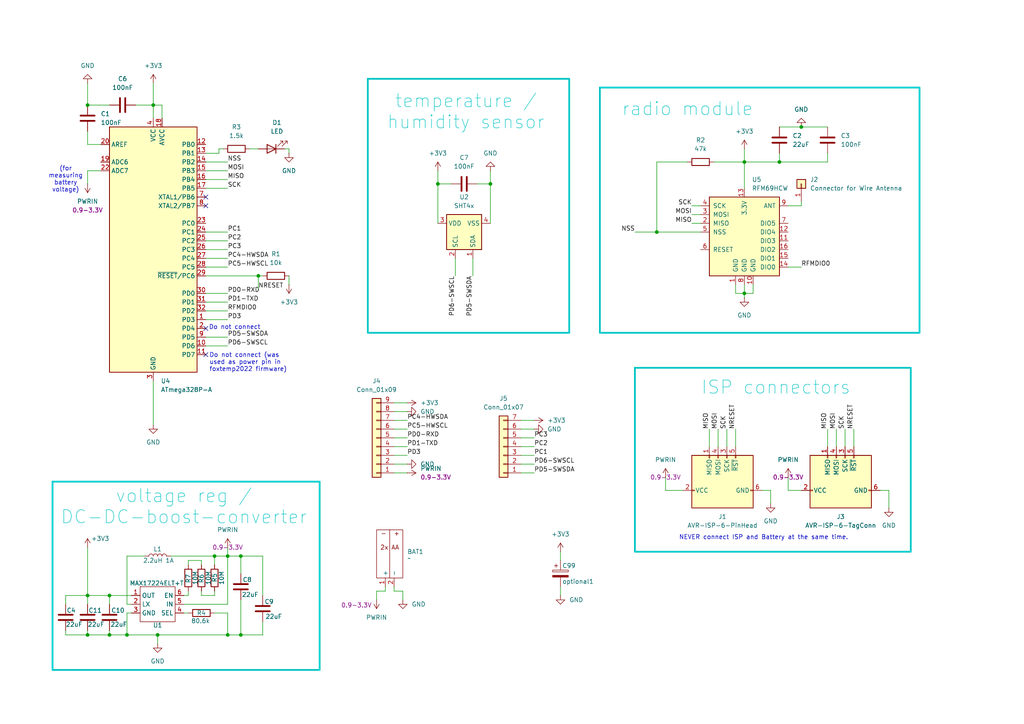
<source format=kicad_sch>
(kicad_sch (version 20231120) (generator "eeschema") (generator_version "8.0")
  (paper "A4")
  (lib_symbols
    (symbol "AVR-ISP-6_1" (pin_names (offset 1.016))
      (property "Reference" "J" (at -6.35 11.43 0))
      (property "Value" "AVR-ISP-6" (at 0 11.43 0))
      (symbol "AVR-ISP-6_1_0_1"
        (rectangle (start -2.667 -6.858) (end -2.413 -7.62))
        (rectangle (start -2.667 10.16) (end -2.413 9.398))
        (rectangle (start 7.62 -2.413) (end 6.858 -2.667))
        (rectangle (start 7.62 0.127) (end 6.858 -0.127))
        (rectangle (start 7.62 2.667) (end 6.858 2.413))
        (rectangle (start 7.62 5.207) (end 6.858 4.953))
        (rectangle (start 7.62 10.16) (end -7.62 -7.62) (stroke (width 0.254)) (fill (type background)))
      )
      (symbol "AVR-ISP-6_1_1_1"
        (pin passive line (at 10.16 5.08 180) (length 2.54) (name "MISO") (number "1"))
        (pin passive line (at -2.54 12.7 270) (length 2.54) (name "VCC") (number "2"))
        (pin passive line (at 10.16 0 180) (length 2.54) (name "SCK") (number "3"))
        (pin passive line (at 10.16 2.54 180) (length 2.54) (name "MOSI") (number "4"))
        (pin passive line (at 10.16 -2.54 180) (length 2.54) (name "~{RST}") (number "5"))
        (pin passive line (at -2.54 -10.16 90) (length 2.54) (name "GND") (number "6"))
      )
    )
    (symbol "Connector:AVR-ISP-6" (pin_names (offset 1.016))
      (property "Reference" "J" (at -6.35 11.43 0))
      (property "Value" "AVR-ISP-6" (at 0 11.43 0))
      (symbol "AVR-ISP-6_0_1"
        (rectangle (start -2.667 -6.858) (end -2.413 -7.62))
        (rectangle (start -2.667 10.16) (end -2.413 9.398))
        (rectangle (start 7.62 -2.413) (end 6.858 -2.667))
        (rectangle (start 7.62 0.127) (end 6.858 -0.127))
        (rectangle (start 7.62 2.667) (end 6.858 2.413))
        (rectangle (start 7.62 5.207) (end 6.858 4.953))
        (rectangle (start 7.62 10.16) (end -7.62 -7.62) (stroke (width 0.254)) (fill (type background)))
      )
      (symbol "AVR-ISP-6_1_1"
        (pin passive line (at 10.16 5.08 180) (length 2.54) (name "MISO") (number "1"))
        (pin passive line (at -2.54 12.7 270) (length 2.54) (name "VCC") (number "2"))
        (pin passive line (at 10.16 0 180) (length 2.54) (name "SCK") (number "3"))
        (pin passive line (at 10.16 2.54 180) (length 2.54) (name "MOSI") (number "4"))
        (pin passive line (at 10.16 -2.54 180) (length 2.54) (name "~{RST}") (number "5"))
        (pin passive line (at -2.54 -10.16 90) (length 2.54) (name "GND") (number "6"))
      )
    )
    (symbol "Connector_Generic:Conn_01x01" (pin_names (offset 1.016) hide)
      (property "Reference" "J" (at 0 2.54 0))
      (property "Value" "Conn_01x01" (at 0 -2.54 0))
      (symbol "Conn_01x01_1_1"
        (rectangle (start -1.27 0.127) (end 0 -0.127) (stroke (width 0.1524)))
        (rectangle (start -1.27 1.27) (end 1.27 -1.27) (stroke (width 0.254)) (fill (type background)))
        (pin passive line (at -5.08 0 0) (length 3.81) (name "Pin_1") (number "1"))
      )
    )
    (symbol "Connector_Generic:Conn_01x07" (pin_names (offset 1.016) hide)
      (property "Reference" "J" (at 0 10.16 0))
      (property "Value" "Conn_01x07" (at 0 -10.16 0))
      (symbol "Conn_01x07_1_1"
        (rectangle (start -1.27 -7.493) (end 0 -7.747) (stroke (width 0.1524)))
        (rectangle (start -1.27 -4.953) (end 0 -5.207) (stroke (width 0.1524)))
        (rectangle (start -1.27 -2.413) (end 0 -2.667) (stroke (width 0.1524)))
        (rectangle (start -1.27 0.127) (end 0 -0.127) (stroke (width 0.1524)))
        (rectangle (start -1.27 2.667) (end 0 2.413) (stroke (width 0.1524)))
        (rectangle (start -1.27 5.207) (end 0 4.953) (stroke (width 0.1524)))
        (rectangle (start -1.27 7.747) (end 0 7.493) (stroke (width 0.1524)))
        (rectangle (start -1.27 8.89) (end 1.27 -8.89) (stroke (width 0.254)) (fill (type background)))
        (pin passive line (at -5.08 7.62 0) (length 3.81) (name "Pin_1") (number "1"))
        (pin passive line (at -5.08 5.08 0) (length 3.81) (name "Pin_2") (number "2"))
        (pin passive line (at -5.08 2.54 0) (length 3.81) (name "Pin_3") (number "3"))
        (pin passive line (at -5.08 0 0) (length 3.81) (name "Pin_4") (number "4"))
        (pin passive line (at -5.08 -2.54 0) (length 3.81) (name "Pin_5") (number "5"))
        (pin passive line (at -5.08 -5.08 0) (length 3.81) (name "Pin_6") (number "6"))
        (pin passive line (at -5.08 -7.62 0) (length 3.81) (name "Pin_7") (number "7"))
      )
    )
    (symbol "Connector_Generic:Conn_01x09" (pin_names (offset 1.016) hide)
      (property "Reference" "J" (at 0 12.7 0))
      (property "Value" "Conn_01x09" (at 0 -12.7 0))
      (symbol "Conn_01x09_1_1"
        (rectangle (start -1.27 -10.033) (end 0 -10.287) (stroke (width 0.1524)))
        (rectangle (start -1.27 -7.493) (end 0 -7.747) (stroke (width 0.1524)))
        (rectangle (start -1.27 -4.953) (end 0 -5.207) (stroke (width 0.1524)))
        (rectangle (start -1.27 -2.413) (end 0 -2.667) (stroke (width 0.1524)))
        (rectangle (start -1.27 0.127) (end 0 -0.127) (stroke (width 0.1524)))
        (rectangle (start -1.27 2.667) (end 0 2.413) (stroke (width 0.1524)))
        (rectangle (start -1.27 5.207) (end 0 4.953) (stroke (width 0.1524)))
        (rectangle (start -1.27 7.747) (end 0 7.493) (stroke (width 0.1524)))
        (rectangle (start -1.27 10.287) (end 0 10.033) (stroke (width 0.1524)))
        (rectangle (start -1.27 11.43) (end 1.27 -11.43) (stroke (width 0.254)) (fill (type background)))
        (pin passive line (at -5.08 10.16 0) (length 3.81) (name "Pin_1") (number "1"))
        (pin passive line (at -5.08 7.62 0) (length 3.81) (name "Pin_2") (number "2"))
        (pin passive line (at -5.08 5.08 0) (length 3.81) (name "Pin_3") (number "3"))
        (pin passive line (at -5.08 2.54 0) (length 3.81) (name "Pin_4") (number "4"))
        (pin passive line (at -5.08 0 0) (length 3.81) (name "Pin_5") (number "5"))
        (pin passive line (at -5.08 -2.54 0) (length 3.81) (name "Pin_6") (number "6"))
        (pin passive line (at -5.08 -5.08 0) (length 3.81) (name "Pin_7") (number "7"))
        (pin passive line (at -5.08 -7.62 0) (length 3.81) (name "Pin_8") (number "8"))
        (pin passive line (at -5.08 -10.16 0) (length 3.81) (name "Pin_9") (number "9"))
      )
    )
    (symbol "Device:C" (pin_numbers hide) (pin_names (offset 0.254))
      (property "Reference" "C" (at 0.635 2.54 0))
      (property "Value" "C" (at 0.635 -2.54 0))
      (symbol "C_0_1"
        (polyline (pts (xy -2.032 -0.762) (xy 2.032 -0.762)) (stroke (width 0.508)))
        (polyline (pts (xy -2.032 0.762) (xy 2.032 0.762)) (stroke (width 0.508)))
      )
      (symbol "C_1_1"
        (pin passive line (at 0 3.81 270) (length 2.794) (name "~") (number "1"))
        (pin passive line (at 0 -3.81 90) (length 2.794) (name "~") (number "2"))
      )
    )
    (symbol "Device:C_Polarized" (pin_numbers hide) (pin_names (offset 0.254))
      (property "Reference" "C" (at 0.635 2.54 0))
      (property "Value" "C_Polarized" (at 0.635 -2.54 0))
      (symbol "C_Polarized_0_1"
        (rectangle (start -2.286 0.508) (end 2.286 1.016))
        (polyline (pts (xy -1.778 2.286) (xy -0.762 2.286)))
        (polyline (pts (xy -1.27 2.794) (xy -1.27 1.778)))
        (rectangle (start 2.286 -0.508) (end -2.286 -1.016) (fill (type outline)))
      )
      (symbol "C_Polarized_1_1"
        (pin passive line (at 0 3.81 270) (length 2.794) (name "~") (number "1"))
        (pin passive line (at 0 -3.81 90) (length 2.794) (name "~") (number "2"))
      )
    )
    (symbol "Device:L" (pin_numbers hide) (pin_names (offset 1.016) hide)
      (property "Reference" "L" (at -1.27 0 90))
      (property "Value" "L" (at 1.905 0 90))
      (symbol "L_0_1"
        (arc (start 0 -2.54) (mid 0.6323 -1.905) (end 0 -1.27))
        (arc (start 0 -1.27) (mid 0.6323 -0.635) (end 0 0))
        (arc (start 0 0) (mid 0.6323 0.635) (end 0 1.27))
        (arc (start 0 1.27) (mid 0.6323 1.905) (end 0 2.54))
      )
      (symbol "L_1_1"
        (pin passive line (at 0 3.81 270) (length 1.27) (name "1") (number "1"))
        (pin passive line (at 0 -3.81 90) (length 1.27) (name "2") (number "2"))
      )
    )
    (symbol "Device:LED" (pin_numbers hide) (pin_names (offset 1.016) hide)
      (property "Reference" "D" (at 0 2.54 0))
      (property "Value" "LED" (at 0 -2.54 0))
      (symbol "LED_0_1"
        (polyline (pts (xy -1.27 -1.27) (xy -1.27 1.27)) (stroke (width 0.254)))
        (polyline (pts (xy -1.27 0) (xy 1.27 0)))
        (polyline (pts (xy 1.27 -1.27) (xy 1.27 1.27) (xy -1.27 0) (xy 1.27 -1.27)) (stroke (width 0.254)))
        (polyline (pts (xy -3.048 -0.762) (xy -4.572 -2.286) (xy -3.81 -2.286) (xy -4.572 -2.286) (xy -4.572 -1.524)))
        (polyline (pts (xy -1.778 -0.762) (xy -3.302 -2.286) (xy -2.54 -2.286) (xy -3.302 -2.286) (xy -3.302 -1.524)))
      )
      (symbol "LED_1_1"
        (pin passive line (at -3.81 0 0) (length 2.54) (name "K") (number "1"))
        (pin passive line (at 3.81 0 180) (length 2.54) (name "A") (number "2"))
      )
    )
    (symbol "Device:R" (pin_numbers hide) (pin_names (offset 0))
      (property "Reference" "R" (at 2.032 0 90))
      (property "Value" "R" (at 0 0 90))
      (symbol "R_0_1"
        (rectangle (start -1.016 -2.54) (end 1.016 2.54) (stroke (width 0.254)))
      )
      (symbol "R_1_1"
        (pin passive line (at 0 3.81 270) (length 1.27) (name "~") (number "1"))
        (pin passive line (at 0 -3.81 90) (length 1.27) (name "~") (number "2"))
      )
    )
    (symbol "MCU_Microchip_ATmega:ATmega328P-A"
      (property "Reference" "U" (at -12.7 36.83 0))
      (property "Value" "ATmega328P-A" (at 2.54 -36.83 0))
      (symbol "ATmega328P-A_0_1"
        (rectangle (start -12.7 -35.56) (end 12.7 35.56) (stroke (width 0.254)) (fill (type background)))
      )
      (symbol "ATmega328P-A_1_1"
        (pin bidirectional line (at 15.24 -20.32 180) (length 2.54) (name "PD3") (number "1"))
        (pin bidirectional line (at 15.24 -27.94 180) (length 2.54) (name "PD6") (number "10"))
        (pin bidirectional line (at 15.24 -30.48 180) (length 2.54) (name "PD7") (number "11"))
        (pin bidirectional line (at 15.24 30.48 180) (length 2.54) (name "PB0") (number "12"))
        (pin bidirectional line (at 15.24 27.94 180) (length 2.54) (name "PB1") (number "13"))
        (pin bidirectional line (at 15.24 25.4 180) (length 2.54) (name "PB2") (number "14"))
        (pin bidirectional line (at 15.24 22.86 180) (length 2.54) (name "PB3") (number "15"))
        (pin bidirectional line (at 15.24 20.32 180) (length 2.54) (name "PB4") (number "16"))
        (pin bidirectional line (at 15.24 17.78 180) (length 2.54) (name "PB5") (number "17"))
        (pin power_in line (at 2.54 38.1 270) (length 2.54) (name "AVCC") (number "18"))
        (pin input line (at -15.24 25.4 0) (length 2.54) (name "ADC6") (number "19"))
        (pin bidirectional line (at 15.24 -22.86 180) (length 2.54) (name "PD4") (number "2"))
        (pin passive line (at -15.24 30.48 0) (length 2.54) (name "AREF") (number "20"))
        (pin passive line (at 0 -38.1 90) (length 2.54) hide (name "GND") (number "21"))
        (pin input line (at -15.24 22.86 0) (length 2.54) (name "ADC7") (number "22"))
        (pin bidirectional line (at 15.24 7.62 180) (length 2.54) (name "PC0") (number "23"))
        (pin bidirectional line (at 15.24 5.08 180) (length 2.54) (name "PC1") (number "24"))
        (pin bidirectional line (at 15.24 2.54 180) (length 2.54) (name "PC2") (number "25"))
        (pin bidirectional line (at 15.24 0 180) (length 2.54) (name "PC3") (number "26"))
        (pin bidirectional line (at 15.24 -2.54 180) (length 2.54) (name "PC4") (number "27"))
        (pin bidirectional line (at 15.24 -5.08 180) (length 2.54) (name "PC5") (number "28"))
        (pin bidirectional line (at 15.24 -7.62 180) (length 2.54) (name "~{RESET}/PC6") (number "29"))
        (pin power_in line (at 0 -38.1 90) (length 2.54) (name "GND") (number "3"))
        (pin bidirectional line (at 15.24 -12.7 180) (length 2.54) (name "PD0") (number "30"))
        (pin bidirectional line (at 15.24 -15.24 180) (length 2.54) (name "PD1") (number "31"))
        (pin bidirectional line (at 15.24 -17.78 180) (length 2.54) (name "PD2") (number "32"))
        (pin power_in line (at 0 38.1 270) (length 2.54) (name "VCC") (number "4"))
        (pin passive line (at 0 -38.1 90) (length 2.54) hide (name "GND") (number "5"))
        (pin passive line (at 0 38.1 270) (length 2.54) hide (name "VCC") (number "6"))
        (pin bidirectional line (at 15.24 15.24 180) (length 2.54) (name "XTAL1/PB6") (number "7"))
        (pin bidirectional line (at 15.24 12.7 180) (length 2.54) (name "XTAL2/PB7") (number "8"))
        (pin bidirectional line (at 15.24 -25.4 180) (length 2.54) (name "PD5") (number "9"))
      )
    )
    (symbol "RF_Module:RFM69HCW" (pin_names (offset 1.016))
      (property "Reference" "U" (at -10.414 11.684 0))
      (property "Value" "RFM69HCW" (at 1.524 11.43 0))
      (symbol "RFM69HCW_0_1"
        (rectangle (start -10.16 10.16) (end 10.16 -12.7) (stroke (width 0.254)) (fill (type background)))
      )
      (symbol "RFM69HCW_1_1"
        (pin power_in line (at -2.54 -15.24 90) (length 2.54) (name "GND") (number "1"))
        (pin power_in line (at 2.54 -15.24 90) (length 2.54) (name "GND") (number "10"))
        (pin bidirectional line (at 12.7 -2.54 180) (length 2.54) (name "DIO3") (number "11"))
        (pin bidirectional line (at 12.7 0 180) (length 2.54) (name "DIO4") (number "12"))
        (pin power_in line (at 0 12.7 270) (length 2.54) (name "3.3V") (number "13"))
        (pin bidirectional line (at 12.7 -10.16 180) (length 2.54) (name "DIO0") (number "14"))
        (pin bidirectional line (at 12.7 -7.62 180) (length 2.54) (name "DIO1") (number "15"))
        (pin bidirectional line (at 12.7 -5.08 180) (length 2.54) (name "DIO2") (number "16"))
        (pin output line (at -12.7 2.54 0) (length 2.54) (name "MISO") (number "2"))
        (pin input line (at -12.7 5.08 0) (length 2.54) (name "MOSI") (number "3"))
        (pin input line (at -12.7 7.62 0) (length 2.54) (name "SCK") (number "4"))
        (pin input line (at -12.7 0 0) (length 2.54) (name "NSS") (number "5"))
        (pin bidirectional line (at -12.7 -5.08 0) (length 2.54) (name "RESET") (number "6"))
        (pin bidirectional line (at 12.7 2.54 180) (length 2.54) (name "DIO5") (number "7"))
        (pin power_in line (at 0 -15.24 90) (length 2.54) (name "GND") (number "8"))
        (pin bidirectional line (at 12.7 7.62 180) (length 2.54) (name "ANT") (number "9"))
      )
    )
    (symbol "Sensor_Humidity:SHT4x"
      (property "Reference" "U" (at 0 8.89 0))
      (property "Value" "SHT4x" (at 0 6.35 0))
      (symbol "SHT4x_1_1"
        (rectangle (start -5.08 5.08) (end 5.08 -5.08) (stroke (width 0.254)) (fill (type background)))
        (pin bidirectional line (at -7.62 -2.54 0) (length 2.54) (name "SDA") (number "1"))
        (pin input line (at -7.62 2.54 0) (length 2.54) (name "SCL") (number "2"))
        (pin power_in line (at 2.54 7.62 270) (length 2.54) (name "VDD") (number "3"))
        (pin power_in line (at 2.54 -7.62 90) (length 2.54) (name "VSS") (number "4"))
      )
    )
    (symbol "foxisfrickellibrary:MAX1722x"
      (property "Reference" "U" (at 0 0 0))
      (property "Value" "MAX1722x" (at 0 0 0))
      (symbol "MAX1722x_0_1"
        (rectangle (start -5.08 -1.27) (end 5.08 -11.43))
      )
      (symbol "MAX1722x_1_1"
        (pin power_out line (at -7.62 -3.81 0) (length 2.54) (name "OUT") (number "1"))
        (pin bidirectional line (at -7.62 -6.35 0) (length 2.54) (name "LX") (number "2"))
        (pin bidirectional line (at -7.62 -8.89 0) (length 2.54) (name "GND") (number "3"))
        (pin bidirectional line (at 7.62 -8.89 180) (length 2.54) (name "SEL") (number "4"))
        (pin power_in line (at 7.62 -6.35 180) (length 2.54) (name "IN") (number "5"))
        (pin input line (at 7.62 -3.81 180) (length 2.54) (name "EN") (number "6"))
      )
    )
    (symbol "foxisfrickellibrary:batteryholder-keystone-2462"
      (property "Reference" "BAT" (at 0 0 0))
      (symbol "batteryholder-keystone-2462_0_1"
        (rectangle (start -3.81 -1.27) (end 3.81 -15.24))
        (polyline (pts (xy 0 -15.24) (xy 0 -1.27)))
      )
      (symbol "batteryholder-keystone-2462_1_1"
        (text "+" (at 2.032 -2.286 0) (effects (font (size 1.27 1.27))))
        (text "-" (at -1.778 -2.286 0) (effects (font (size 1.27 1.27))))
        (text "2x AA" (at 0 -6.35 0) (effects (font (size 1.27 1.27))))
        (pin bidirectional line (at -1.27 -17.78 90) (length 2.54) (name "+") (number "1"))
        (pin bidirectional line (at 1.27 -17.78 90) (length 2.54) (name "-") (number "2"))
      )
    )
    (symbol "power:+3V3" (power) (pin_numbers hide) (pin_names (offset 0) hide)
      (property "Value" "+3V3" (at 0 3.556 0))
      (symbol "+3V3_0_1"
        (polyline (pts (xy -0.762 1.27) (xy 0 2.54)))
        (polyline (pts (xy 0 0) (xy 0 2.54)))
        (polyline (pts (xy 0 2.54) (xy 0.762 1.27)))
      )
      (symbol "+3V3_1_1"
        (pin power_in line (at 0 0 90) (length 0) (name "~") (number "1"))
      )
    )
    (symbol "power:+BATT" (power) (pin_numbers hide) (pin_names (offset 0) hide)
      (property "Value" "+BATT" (at 0 3.556 0))
      (symbol "+BATT_0_1"
        (polyline (pts (xy -0.762 1.27) (xy 0 2.54)))
        (polyline (pts (xy 0 0) (xy 0 2.54)))
        (polyline (pts (xy 0 2.54) (xy 0.762 1.27)))
      )
      (symbol "+BATT_1_1"
        (pin power_in line (at 0 0 90) (length 0) (name "~") (number "1"))
      )
    )
    (symbol "power:GND" (power) (pin_numbers hide) (pin_names (offset 0) hide)
      (property "Value" "GND" (at 0 -3.81 0))
      (symbol "GND_0_1"
        (polyline (pts (xy 0 0) (xy 0 -1.27) (xy 1.27 -1.27) (xy 0 -2.54) (xy -1.27 -1.27) (xy 0 -1.27)))
      )
      (symbol "GND_1_1"
        (pin power_in line (at 0 0 270) (length 0) (name "~") (number "1"))
      )
    )
  )
  (junction (at 66.04 184.15))
  (junction (at 215.9 85.09))
  (junction (at 232.41 36.83))
  (junction (at 74.93 80.01))
  (junction (at 226.06 46.99))
  (junction (at 69.85 161.29))
  (junction (at 25.4 184.15))
  (junction (at 69.85 184.15))
  (junction (at 215.9 46.99))
  (junction (at 45.72 184.15))
  (junction (at 190.5 67.31))
  (junction (at 66.04 161.29))
  (junction (at 31.75 184.15))
  (junction (at 31.75 172.72))
  (junction (at 25.4 30.48))
  (junction (at 36.83 184.15))
  (junction (at 44.45 30.48))
  (junction (at 25.4 172.72))
  (junction (at 127 53.34))
  (junction (at 62.23 161.29))
  (junction (at 142.24 53.34))
  (no_connect (at 59.69 57.15))
  (no_connect (at 59.69 95.25))
  (no_connect (at 59.69 59.69))
  (no_connect (at 59.69 102.87))
  (wire (pts (xy 247.65 124.46) (xy 247.65 129.54)))
  (wire (pts (xy 83.82 82.55) (xy 83.82 80.01)))
  (wire (pts (xy 127 53.34) (xy 127 64.77)))
  (wire (pts (xy 83.82 43.18) (xy 83.82 44.45)))
  (wire (pts (xy 190.5 46.99) (xy 190.5 67.31)))
  (wire (pts (xy 199.39 46.99) (xy 190.5 46.99)))
  (wire (pts (xy 109.22 171.45) (xy 109.22 173.99)))
  (wire (pts (xy 25.4 53.34) (xy 25.4 49.53)))
  (wire (pts (xy 213.36 85.09) (xy 215.9 85.09)))
  (wire (pts (xy 69.85 161.29) (xy 69.85 166.37)))
  (wire (pts (xy 226.06 46.99) (xy 226.06 44.45)))
  (wire (pts (xy 205.74 124.46) (xy 205.74 129.54)))
  (wire (pts (xy 25.4 38.1) (xy 25.4 41.91)))
  (wire (pts (xy 72.39 43.18) (xy 74.93 43.18)))
  (wire (pts (xy 36.83 161.29) (xy 41.91 161.29)))
  (wire (pts (xy 151.13 132.08) (xy 154.94 132.08)))
  (wire (pts (xy 215.9 82.55) (xy 215.9 85.09)))
  (wire (pts (xy 53.34 172.72) (xy 54.61 172.72)))
  (wire (pts (xy 76.2 172.72) (xy 76.2 161.29)))
  (wire (pts (xy 53.34 177.8) (xy 54.61 177.8)))
  (wire (pts (xy 76.2 180.34) (xy 76.2 184.15)))
  (wire (pts (xy 25.4 24.13) (xy 25.4 30.48)))
  (wire (pts (xy 151.13 134.62) (xy 154.94 134.62)))
  (wire (pts (xy 31.75 184.15) (xy 36.83 184.15)))
  (wire (pts (xy 58.42 172.72) (xy 62.23 172.72)))
  (wire (pts (xy 190.5 67.31) (xy 203.2 67.31)))
  (wire (pts (xy 138.43 53.34) (xy 142.24 53.34)))
  (wire (pts (xy 142.24 53.34) (xy 142.24 64.77)))
  (wire (pts (xy 151.13 137.16) (xy 154.94 137.16)))
  (wire (pts (xy 116.84 173.99) (xy 116.84 171.45)))
  (wire (pts (xy 25.4 30.48) (xy 31.75 30.48)))
  (wire (pts (xy 76.2 80.01) (xy 74.93 80.01)))
  (wire (pts (xy 44.45 24.13) (xy 44.45 30.48)))
  (wire (pts (xy 66.04 158.75) (xy 66.04 161.29)))
  (wire (pts (xy 59.69 52.07) (xy 66.04 52.07)))
  (wire (pts (xy 218.44 82.55) (xy 218.44 85.09)))
  (wire (pts (xy 66.04 184.15) (xy 45.72 184.15)))
  (wire (pts (xy 58.42 171.45) (xy 58.42 172.72)))
  (wire (pts (xy 25.4 41.91) (xy 29.21 41.91)))
  (wire (pts (xy 44.45 30.48) (xy 46.99 30.48)))
  (wire (pts (xy 116.84 171.45) (xy 114.3 171.45)))
  (wire (pts (xy 200.66 64.77) (xy 203.2 64.77)))
  (wire (pts (xy 63.5 44.45) (xy 63.5 43.18)))
  (wire (pts (xy 19.05 184.15) (xy 25.4 184.15)))
  (wire (pts (xy 151.13 121.92) (xy 154.94 121.92)))
  (wire (pts (xy 226.06 36.83) (xy 232.41 36.83)))
  (wire (pts (xy 215.9 46.99) (xy 215.9 54.61)))
  (wire (pts (xy 25.4 184.15) (xy 25.4 182.88)))
  (wire (pts (xy 59.69 100.33) (xy 66.04 100.33)))
  (wire (pts (xy 25.4 175.26) (xy 25.4 172.72)))
  (wire (pts (xy 142.24 49.53) (xy 142.24 53.34)))
  (wire (pts (xy 19.05 172.72) (xy 19.05 175.26)))
  (wire (pts (xy 257.81 147.32) (xy 257.81 142.24)))
  (wire (pts (xy 114.3 137.16) (xy 118.11 137.16)))
  (wire (pts (xy 59.69 54.61) (xy 66.04 54.61)))
  (wire (pts (xy 63.5 43.18) (xy 64.77 43.18)))
  (wire (pts (xy 25.4 172.72) (xy 19.05 172.72)))
  (wire (pts (xy 36.83 177.8) (xy 38.1 177.8)))
  (wire (pts (xy 151.13 129.54) (xy 154.94 129.54)))
  (wire (pts (xy 31.75 175.26) (xy 31.75 172.72)))
  (wire (pts (xy 257.81 142.24) (xy 255.27 142.24)))
  (wire (pts (xy 25.4 158.75) (xy 25.4 172.72)))
  (wire (pts (xy 59.69 67.31) (xy 66.04 67.31)))
  (wire (pts (xy 62.23 163.83) (xy 62.23 161.29)))
  (wire (pts (xy 36.83 175.26) (xy 36.83 161.29)))
  (wire (pts (xy 207.01 46.99) (xy 215.9 46.99)))
  (wire (pts (xy 208.28 124.46) (xy 208.28 129.54)))
  (wire (pts (xy 66.04 161.29) (xy 66.04 175.26)))
  (wire (pts (xy 36.83 177.8) (xy 36.83 184.15)))
  (wire (pts (xy 193.04 138.43) (xy 193.04 142.24)))
  (wire (pts (xy 114.3 119.38) (xy 118.11 119.38)))
  (wire (pts (xy 232.41 142.24) (xy 228.6 142.24)))
  (wire (pts (xy 232.41 36.83) (xy 240.03 36.83)))
  (wire (pts (xy 19.05 182.88) (xy 19.05 184.15)))
  (wire (pts (xy 114.3 171.45) (xy 114.3 170.18)))
  (wire (pts (xy 215.9 43.18) (xy 215.9 46.99)))
  (wire (pts (xy 44.45 110.49) (xy 44.45 123.19)))
  (wire (pts (xy 127 49.53) (xy 127 53.34)))
  (wire (pts (xy 111.76 170.18) (xy 111.76 171.45)))
  (wire (pts (xy 210.82 124.46) (xy 210.82 129.54)))
  (wire (pts (xy 59.69 44.45) (xy 63.5 44.45)))
  (wire (pts (xy 74.93 80.01) (xy 74.93 83.82)))
  (wire (pts (xy 114.3 121.92) (xy 118.11 121.92)))
  (wire (pts (xy 62.23 177.8) (xy 66.04 177.8)))
  (wire (pts (xy 59.69 92.71) (xy 66.04 92.71)))
  (wire (pts (xy 220.98 142.24) (xy 223.52 142.24)))
  (wire (pts (xy 114.3 116.84) (xy 118.11 116.84)))
  (wire (pts (xy 59.69 90.17) (xy 66.04 90.17)))
  (wire (pts (xy 228.6 142.24) (xy 228.6 138.43)))
  (wire (pts (xy 59.69 72.39) (xy 66.04 72.39)))
  (wire (pts (xy 45.72 184.15) (xy 36.83 184.15)))
  (wire (pts (xy 31.75 184.15) (xy 31.75 182.88)))
  (wire (pts (xy 59.69 97.79) (xy 66.04 97.79)))
  (wire (pts (xy 59.69 69.85) (xy 66.04 69.85)))
  (wire (pts (xy 59.69 46.99) (xy 66.04 46.99)))
  (wire (pts (xy 39.37 30.48) (xy 44.45 30.48)))
  (wire (pts (xy 218.44 85.09) (xy 215.9 85.09)))
  (wire (pts (xy 49.53 161.29) (xy 62.23 161.29)))
  (wire (pts (xy 151.13 124.46) (xy 154.94 124.46)))
  (wire (pts (xy 215.9 46.99) (xy 226.06 46.99)))
  (wire (pts (xy 66.04 85.09) (xy 59.69 85.09)))
  (wire (pts (xy 114.3 124.46) (xy 118.11 124.46)))
  (wire (pts (xy 44.45 30.48) (xy 44.45 34.29)))
  (wire (pts (xy 213.36 124.46) (xy 213.36 129.54)))
  (wire (pts (xy 215.9 85.09) (xy 215.9 86.36)))
  (wire (pts (xy 223.52 142.24) (xy 223.52 146.05)))
  (wire (pts (xy 31.75 172.72) (xy 38.1 172.72)))
  (wire (pts (xy 69.85 161.29) (xy 66.04 161.29)))
  (wire (pts (xy 114.3 129.54) (xy 118.11 129.54)))
  (wire (pts (xy 38.1 175.26) (xy 36.83 175.26)))
  (wire (pts (xy 59.69 77.47) (xy 66.04 77.47)))
  (wire (pts (xy 228.6 59.69) (xy 232.41 59.69)))
  (wire (pts (xy 76.2 184.15) (xy 69.85 184.15)))
  (wire (pts (xy 58.42 162.56) (xy 58.42 163.83)))
  (wire (pts (xy 25.4 49.53) (xy 29.21 49.53)))
  (wire (pts (xy 127 53.34) (xy 130.81 53.34)))
  (wire (pts (xy 62.23 172.72) (xy 62.23 171.45)))
  (wire (pts (xy 228.6 77.47) (xy 232.41 77.47)))
  (wire (pts (xy 54.61 163.83) (xy 54.61 162.56)))
  (wire (pts (xy 240.03 46.99) (xy 240.03 44.45)))
  (wire (pts (xy 232.41 59.69) (xy 232.41 58.42)))
  (wire (pts (xy 66.04 175.26) (xy 53.34 175.26)))
  (wire (pts (xy 137.16 74.93) (xy 137.16 80.01)))
  (wire (pts (xy 162.56 160.02) (xy 162.56 162.56)))
  (wire (pts (xy 25.4 184.15) (xy 31.75 184.15)))
  (wire (pts (xy 76.2 161.29) (xy 69.85 161.29)))
  (wire (pts (xy 59.69 87.63) (xy 66.04 87.63)))
  (wire (pts (xy 45.72 184.15) (xy 45.72 186.69)))
  (wire (pts (xy 25.4 172.72) (xy 31.75 172.72)))
  (wire (pts (xy 114.3 132.08) (xy 118.11 132.08)))
  (wire (pts (xy 59.69 80.01) (xy 74.93 80.01)))
  (wire (pts (xy 151.13 127) (xy 154.94 127)))
  (wire (pts (xy 59.69 49.53) (xy 66.04 49.53)))
  (wire (pts (xy 132.08 74.93) (xy 132.08 80.01)))
  (wire (pts (xy 162.56 170.18) (xy 162.56 172.72)))
  (wire (pts (xy 62.23 161.29) (xy 66.04 161.29)))
  (wire (pts (xy 184.15 67.31) (xy 190.5 67.31)))
  (wire (pts (xy 240.03 124.46) (xy 240.03 129.54)))
  (wire (pts (xy 82.55 43.18) (xy 83.82 43.18)))
  (wire (pts (xy 242.57 124.46) (xy 242.57 129.54)))
  (wire (pts (xy 46.99 34.29) (xy 46.99 30.48)))
  (wire (pts (xy 114.3 134.62) (xy 118.11 134.62)))
  (wire (pts (xy 54.61 162.56) (xy 58.42 162.56)))
  (wire (pts (xy 200.66 59.69) (xy 203.2 59.69)))
  (wire (pts (xy 114.3 127) (xy 118.11 127)))
  (wire (pts (xy 66.04 177.8) (xy 66.04 184.15)))
  (wire (pts (xy 193.04 142.24) (xy 198.12 142.24)))
  (wire (pts (xy 111.76 171.45) (xy 109.22 171.45)))
  (wire (pts (xy 245.11 124.46) (xy 245.11 129.54)))
  (wire (pts (xy 69.85 184.15) (xy 66.04 184.15)))
  (wire (pts (xy 54.61 172.72) (xy 54.61 171.45)))
  (wire (pts (xy 213.36 82.55) (xy 213.36 85.09)))
  (wire (pts (xy 200.66 62.23) (xy 203.2 62.23)))
  (wire (pts (xy 69.85 173.99) (xy 69.85 184.15)))
  (wire (pts (xy 226.06 46.99) (xy 240.03 46.99)))
  (wire (pts (xy 59.69 74.93) (xy 66.04 74.93)))
  (rectangle (start 173.99 25.4) (end 266.7 96.52) (stroke (width 0.508) (color 0 194 194 1)))
  (rectangle (start 106.68 22.86) (end 165.1 96.52) (stroke (width 0.508) (color 0 194 194 1)))
  (rectangle (start 15.24 139.7) (end 92.71 194.31) (stroke (width 0.508) (color 0 194 194 1)))
  (rectangle (start 184.15 106.68) (end 264.16 160.02) (stroke (width 0.508) (color 0 194 194 1)))
  (text "Do not connect" (at 68.072 94.996 0) (effects (font (size 1.27 1.27))))
  (text "NEVER connect ISP and Battery at the same time." (at 221.488 155.956 0) (effects (font (size 1.27 1.27))))
  (text "voltage reg /\nDC-DC-boost-converter" (at 53.34 147.066 0) (effects (font (size 3.81 3.81))))
  (text "(for\nmeasuring\nbattery\nvoltage)" (at 19.05 52.07 0) (effects (font (size 1.27 1.27))))
  (text "Do not connect (was\nused as power pin in\nfoxtemp2022 firmware)" (at 60.706 102.362 0) (effects (font (size 1.27 1.27)) (justify left top)))
  (text "temperature /\nhumidity sensor" (at 135.128 32.512 0) (effects (font (size 3.81 3.81))))
  (text "radio module" (at 199.39 31.75 0) (effects (font (size 3.81 3.81))))
  (text "ISP connectors" (at 225.044 112.522 0) (effects (font (size 3.81 3.81))))
  (label "PC3" (at 154.94 127 0))
  (label "SCK" (at 245.11 124.46 90))
  (label "PD6-SWSCL" (at 66.04 100.33 0))
  (label "PD1-TXD" (at 66.04 87.63 0))
  (label "SCK" (at 66.04 54.61 0))
  (label "PC2" (at 66.04 69.85 0))
  (label "PD5-SWSDA" (at 154.94 137.16 0))
  (label "PD5-SWSDA" (at 66.04 97.79 0))
  (label "MISO" (at 66.04 52.07 0))
  (label "PC3" (at 66.04 72.39 0))
  (label "PD0-RXD" (at 118.11 127 0))
  (label "PD1-TXD" (at 118.11 129.54 0))
  (label "PD6-SWSCL" (at 132.08 80.01 270))
  (label "MOSI" (at 200.66 62.23 180))
  (label "NSS" (at 66.04 46.99 0))
  (label "RFMDIO0" (at 66.04 90.17 0))
  (label "PD5-SWSDA" (at 137.16 80.01 270))
  (label "NRESET" (at 247.65 124.46 90))
  (label "PC4-HWSDA" (at 66.04 74.93 0))
  (label "RFMDIO0" (at 232.41 77.47 0))
  (label "MISO" (at 240.03 124.46 90))
  (label "SCK" (at 210.82 124.46 90))
  (label "PC1" (at 66.04 67.31 0))
  (label "PC2" (at 154.94 129.54 0))
  (label "PD6-SWSCL" (at 154.94 134.62 0))
  (label "NSS" (at 184.15 67.31 180))
  (label "MISO" (at 205.74 124.46 90))
  (label "MOSI" (at 242.57 124.46 90))
  (label "PD3" (at 66.04 92.71 0))
  (label "PC5-HWSCL" (at 118.11 124.46 0))
  (label "NRESET" (at 74.93 83.82 0))
  (label "MOSI" (at 208.28 124.46 90))
  (label "PC4-HWSDA" (at 118.11 121.92 0))
  (label "PC5-HWSCL" (at 66.04 77.47 0))
  (label "PD3" (at 118.11 132.08 0))
  (label "PC1" (at 154.94 132.08 0))
  (label "MISO" (at 200.66 64.77 180))
  (label "PD0-RXD" (at 66.04 85.09 0))
  (label "MOSI" (at 66.04 49.53 0))
  (label "NRESET" (at 213.36 124.46 90))
  (label "SCK" (at 200.66 59.69 180))
  (symbol (lib_id "power:GND") (at 223.52 146.05 0) (unit 1)
    (property "Reference" "#PWR012" (effects (hide yes)))
    (property "Value" "GND" (at 223.52 151.13 0))
    (property "Description" "Power symbol creates a global label with name \"GND\" , ground" (effects (hide yes)))
  )
  (symbol (lib_id "power:GND") (at 118.11 134.62 90) (unit 1)
    (property "Reference" "#PWR022" (effects (hide yes)))
    (property "Value" "GND" (at 121.92 134.6199 90) (effects (justify right)))
    (property "Description" "Power symbol creates a global label with name \"GND\" , ground" (effects (hide yes)))
  )
  (symbol (lib_id "power:GND") (at 83.82 44.45 0) (unit 1)
    (property "Reference" "#PWR017" (effects (hide yes)))
    (property "Value" "GND" (at 83.82 49.53 0))
    (property "Description" "Power symbol creates a global label with name \"GND\" , ground" (effects (hide yes)))
  )
  (symbol (lib_id "power:+BATT") (at 228.6 138.43 0) (unit 1)
    (property "Reference" "#PWR013" (effects (hide yes)))
    (property "Value" "PWRIN" (at 228.6 133.35 0))
    (property "Description" "0.9-3.3V" (at 228.6 138.43 0))
  )
  (symbol (lib_id "Device:C") (at 25.4 179.07 0) (unit 1)
    (property "Reference" "C11" (at 25.654 177.038 0) (effects (justify left)))
    (property "Value" "22uF" (at 25.4 181.102 0) (effects (justify left)))
    (property "Footprint" "Capacitor_SMD:C_0603_1608Metric" (effects (hide yes)))
    (property "Description" "Unpolarized capacitor" (effects (hide yes)))
  )
  (symbol (lib_id "RF_Module:RFM69HCW") (at 215.9 67.31 0) (unit 1) (in_bom no)
    (property "Reference" "U5" (at 218.0941 52.07 0) (effects (justify left)))
    (property "Value" "RFM69HCW" (at 218.0941 54.61 0) (effects (justify left)))
    (property "Footprint" "foxisfrickellibrary:RFM69HCW-biggerpads" (effects (hide yes)))
    (property "Datasheet" "https://www.hoperf.com/data/upload/portal/20181127/5bfcb8284d838.pdf" (effects (hide yes)))
    (property "Description" "Low power ISM Radio Transceiver Module, SPI interface, AES encryption, 434 or 915 MHz, up to 100mW, up to 300 kb/s, SMD-16, DIP-16" (effects (hide yes)))
  )
  (symbol (lib_id "Device:R") (at 80.01 80.01 90) (unit 1)
    (property "Reference" "R1" (at 80.01 73.66 90))
    (property "Value" "10k" (at 80.01 76.2 90))
    (property "Footprint" "foxisfrickellibrary:R_0402_modsilkscreen" (effects (hide yes)))
    (property "Description" "Resistor" (effects (hide yes)))
  )
  (symbol (lib_id "power:GND") (at 162.56 172.72 0) (unit 1)
    (property "Reference" "#PWR030" (effects (hide yes)))
    (property "Value" "GND" (at 165.1 173.9899 0) (effects (justify left)))
    (property "Description" "Power symbol creates a global label with name \"GND\" , ground" (effects (hide yes)))
  )
  (symbol (lib_id "power:GND") (at 116.84 173.99 0) (unit 1)
    (property "Reference" "#PWR016" (effects (hide yes)))
    (property "Value" "GND" (at 119.38 175.2599 0) (effects (justify left)))
    (property "Description" "Power symbol creates a global label with name \"GND\" , ground" (effects (hide yes)))
  )
  (symbol (lib_id "power:+3V3") (at 162.56 160.02 0) (unit 1)
    (property "Reference" "#PWR027" (effects (hide yes)))
    (property "Value" "+3V3" (at 162.56 154.94 0))
    (property "Description" "Power symbol creates a global label with name \"+3V3\"" (effects (hide yes)))
  )
  (symbol (lib_id "power:+BATT") (at 193.04 138.43 0) (unit 1)
    (property "Reference" "#PWR011" (effects (hide yes)))
    (property "Value" "PWRIN" (at 193.04 133.35 0))
    (property "Description" "0.9-3.3V" (at 193.04 138.43 0))
  )
  (symbol (lib_id "Device:R") (at 58.42 167.64 0) (unit 1)
    (property "Reference" "R6" (at 58.42 169.164 90) (effects (justify left)))
    (property "Value" "10M" (at 60.452 169.672 90) (effects (justify left)))
    (property "Footprint" "Resistor_SMD:R_0603_1608Metric" (effects (hide yes)))
    (property "Description" "Resistor" (effects (hide yes)))
  )
  (symbol (lib_id "Device:L") (at 45.72 161.29 90) (unit 1)
    (property "Reference" "L1" (at 45.72 159.258 90))
    (property "Value" "2.2uH 1A" (at 45.974 162.56 90))
    (property "Footprint" "Inductor_SMD:L_1008_2520Metric" (effects (hide yes)))
    (property "Description" "Inductor, Murata LQM2HPN2R2MJ0L, JLCPCB part C113101" (effects (hide yes)))
  )
  (symbol (lib_id "MCU_Microchip_ATmega:ATmega328P-A") (at 44.45 72.39 0) (unit 1)
    (property "Reference" "U4" (at 46.6441 110.49 0) (effects (justify left)))
    (property "Value" "ATmega328P-A" (at 46.6441 113.03 0) (effects (justify left)))
    (property "Footprint" "Package_QFP:TQFP-32_7x7mm_P0.8mm" (effects (hide yes)))
    (property "Datasheet" "http://ww1.microchip.com/downloads/en/DeviceDoc/ATmega328_P%20AVR%20MCU%20with%20picoPower%20Technology%20Data%20Sheet%2040001984A.pdf" (effects (hide yes)))
    (property "Description" "20MHz, 32kB Flash, 2kB SRAM, 1kB EEPROM, TQFP-32" (effects (hide yes)))
  )
  (symbol (lib_name "AVR-ISP-6_1") (lib_id "Connector:AVR-ISP-6") (at 245.11 139.7 90) (unit 1) (in_bom no)
    (property "Reference" "J3" (at 243.84 149.86 90))
    (property "Value" "AVR-ISP-6-TagConn" (at 243.84 152.4 90))
    (property "Footprint" "Connector:Tag-Connect_TC2030-IDC-FP_2x03_P1.27mm_Vertical" (effects (hide yes)))
    (property "Description" "Atmel 6-pin ISP connector" (effects (hide yes)))
  )
  (symbol (lib_id "power:+BATT") (at 25.4 53.34 180) (unit 1)
    (property "Reference" "#PWR014" (effects (hide yes)))
    (property "Value" "PWRIN" (at 25.4 58.42 0))
    (property "Description" "0.9-3.3V" (at 25.4 60.96 0))
  )
  (symbol (lib_id "power:GND") (at 118.11 119.38 90) (unit 1)
    (property "Reference" "#PWR020" (effects (hide yes)))
    (property "Value" "GND" (at 121.92 119.3799 90) (effects (justify right)))
    (property "Description" "Power symbol creates a global label with name \"GND\" , ground" (effects (hide yes)))
  )
  (symbol (lib_id "Device:C") (at 31.75 179.07 0) (unit 1)
    (property "Reference" "C10" (at 32.258 177.038 0) (effects (justify left)))
    (property "Value" "22uF" (at 32.004 181.102 0) (effects (justify left)))
    (property "Footprint" "Capacitor_SMD:C_0603_1608Metric" (effects (hide yes)))
    (property "Description" "Unpolarized capacitor" (effects (hide yes)))
  )
  (symbol (lib_id "foxisfrickellibrary:MAX1722x") (at 45.72 168.91 0) (unit 1)
    (property "Reference" "U1" (at 45.72 181.356 0))
    (property "Value" "MAX17224ELT+T" (at 45.466 169.164 0))
    (property "Footprint" "foxisfrickellibrary:UDFN-6_L2.0-W2.0-P0.65-BL-1" (effects (hide yes)))
    (property "Description" "Ultra-Low-Power Boost converter" (effects (hide yes)))
  )
  (symbol (lib_id "Sensor_Humidity:SHT4x") (at 134.62 67.31 90) (unit 1)
    (property "Reference" "U2" (at 134.62 57.15 90))
    (property "Value" "SHT4x" (at 134.62 59.69 90))
    (property "Footprint" "Sensor_Humidity:Sensirion_DFN-4_1.5x1.5mm_P0.8mm_SHT4x_NoCentralPad" (effects (hide yes)))
    (property "Datasheet" "https://sensirion.com/media/documents/33FD6951/624C4357/Datasheet_SHT4x.pdf" (effects (hide yes)))
    (property "Description" "Digital Humidity and Temperature Sensor, +/-1%RH, +/-0.1degC, I2C, 1.08-3.6V, 16bit, DFN-4" (effects (hide yes)))
  )
  (symbol (lib_id "Device:R") (at 68.58 43.18 90) (unit 1)
    (property "Reference" "R3" (at 68.58 36.83 90))
    (property "Value" "1.5k" (at 68.58 39.37 90))
    (property "Footprint" "foxisfrickellibrary:R_0402_modsilkscreen" (effects (hide yes)))
    (property "Description" "Resistor" (effects (hide yes)))
  )
  (symbol (lib_id "power:+3V3") (at 127 49.53 0) (unit 1)
    (property "Reference" "#PWR023" (effects (hide yes)))
    (property "Value" "+3V3" (at 127 44.45 0))
    (property "Description" "Power symbol creates a global label with name \"+3V3\"" (effects (hide yes)))
  )
  (symbol (lib_id "power:GND") (at 45.72 186.69 0) (unit 1)
    (property "Reference" "#PWR010" (effects (hide yes)))
    (property "Value" "GND" (at 45.72 191.77 0))
    (property "Description" "Power symbol creates a global label with name \"GND\" , ground" (effects (hide yes)))
  )
  (symbol (lib_id "power:+BATT") (at 66.04 158.75 0) (unit 1)
    (property "Reference" "#PWR05" (effects (hide yes)))
    (property "Value" "PWRIN" (at 66.04 153.67 0))
    (property "Description" "0.9-3.3V" (at 66.04 158.75 0))
  )
  (symbol (lib_id "Device:C_Polarized") (at 162.56 166.37 0) (unit 1) (in_bom no)
    (property "Reference" "C99" (at 163.068 164.084 0) (effects (justify left)))
    (property "Value" "optional1" (at 163.068 168.656 0) (effects (justify left)))
    (property "Footprint" "Capacitor_THT:CP_Radial_D6.3mm_P2.50mm" (effects (hide yes)))
    (property "Description" "optional additional large Polarized capacitor" (effects (hide yes)))
  )
  (symbol (lib_id "foxisfrickellibrary:batteryholder-keystone-2462") (at 113.03 152.4 0) (unit 1) (in_bom no)
    (property "Reference" "BAT1" (at 118.11 160.0171 0) (effects (justify left)))
    (property "Value" "~" (at 118.11 161.9222 0) (effects (justify left)))
    (property "Footprint" "foxisfrickellibrary:bathold-keystone-2462" (effects (hide yes)))
  )
  (symbol (lib_id "Device:C") (at 19.05 179.07 0) (unit 1)
    (property "Reference" "C4" (at 19.304 177.038 0) (effects (justify left)))
    (property "Value" "22uF" (at 19.05 181.102 0) (effects (justify left)))
    (property "Footprint" "Capacitor_SMD:C_0603_1608Metric" (effects (hide yes)))
    (property "Description" "Unpolarized capacitor" (effects (hide yes)))
  )
  (symbol (lib_id "Connector:AVR-ISP-6") (at 210.82 139.7 90) (unit 1) (in_bom no)
    (property "Reference" "J1" (at 209.55 149.86 90))
    (property "Value" "AVR-ISP-6-PinHead" (at 209.55 152.4 90))
    (property "Footprint" "Connector_IDC:IDC-Header_2x03_P2.54mm_Vertical" (effects (hide yes)))
    (property "Description" "Atmel 6-pin ISP connector" (effects (hide yes)))
  )
  (symbol (lib_id "power:+3V3") (at 25.4 158.75 0) (unit 1)
    (property "Reference" "#PWR09" (effects (hide yes)))
    (property "Value" "+3V3" (at 26.416 156.21 0) (effects (justify left)))
    (property "Description" "Power symbol creates a global label with name \"+3V3\"" (effects (hide yes)))
  )
  (symbol (lib_id "Device:R") (at 54.61 167.64 0) (unit 1)
    (property "Reference" "R7" (at 54.61 169.164 90) (effects (justify left)))
    (property "Value" "10M" (at 56.642 169.672 90) (effects (justify left)))
    (property "Footprint" "Resistor_SMD:R_0603_1608Metric" (effects (hide yes)))
    (property "Description" "Resistor" (effects (hide yes)))
  )
  (symbol (lib_id "power:GND") (at 215.9 86.36 0) (unit 1)
    (property "Reference" "#PWR01" (effects (hide yes)))
    (property "Value" "GND" (at 215.9 91.44 0))
    (property "Description" "Power symbol creates a global label with name \"GND\" , ground" (effects (hide yes)))
  )
  (symbol (lib_id "power:GND") (at 154.94 124.46 90) (unit 1)
    (property "Reference" "#PWR019" (effects (hide yes)))
    (property "Value" "GND" (at 158.75 124.4599 90) (effects (justify right)))
    (property "Description" "Power symbol creates a global label with name \"GND\" , ground" (effects (hide yes)))
  )
  (symbol (lib_id "Device:C") (at 240.03 40.64 0) (unit 1)
    (property "Reference" "C3" (at 243.84 39.3699 0) (effects (justify left)))
    (property "Value" "100nF" (at 243.84 41.9099 0) (effects (justify left)))
    (property "Footprint" "Capacitor_SMD:C_0402_1005Metric" (effects (hide yes)))
    (property "Description" "Unpolarized capacitor" (effects (hide yes)))
  )
  (symbol (lib_id "Device:C") (at 76.2 176.53 0) (unit 1)
    (property "Reference" "C9" (at 76.708 174.498 0) (effects (justify left)))
    (property "Value" "22uF" (at 76.962 178.816 0) (effects (justify left)))
    (property "Footprint" "Capacitor_SMD:C_0603_1608Metric" (effects (hide yes)))
    (property "Description" "Unpolarized capacitor" (effects (hide yes)))
  )
  (symbol (lib_id "power:GND") (at 44.45 123.19 0) (unit 1)
    (property "Reference" "#PWR02" (effects (hide yes)))
    (property "Value" "GND" (at 44.45 128.27 0))
    (property "Description" "Power symbol creates a global label with name \"GND\" , ground" (effects (hide yes)))
  )
  (symbol (lib_id "Connector_Generic:Conn_01x07") (at 146.05 129.54 180) (unit 1) (in_bom no)
    (property "Reference" "J5" (at 146.05 115.57 0))
    (property "Value" "Conn_01x07" (at 146.05 118.11 0))
    (property "Footprint" "Connector_PinHeader_2.54mm:PinHeader_1x07_P2.54mm_Vertical" (effects (hide yes)))
    (property "Description" "Generic connector, single row, 01x07, script generated (kicad-library-utils/schlib/autogen/connector/)" (effects (hide yes)))
  )
  (symbol (lib_id "power:GND") (at 257.81 147.32 0) (unit 1)
    (property "Reference" "#PWR026" (effects (hide yes)))
    (property "Value" "GND" (at 257.81 152.4 0))
    (property "Description" "Power symbol creates a global label with name \"GND\" , ground" (effects (hide yes)))
  )
  (symbol (lib_id "Device:R") (at 58.42 177.8 270) (unit 1)
    (property "Reference" "R4" (at 58.42 177.8 90))
    (property "Value" "80.6k" (at 58.166 180.086 90))
    (property "Footprint" "foxisfrickellibrary:R_0402_modsilkscreen" (effects (hide yes)))
    (property "Description" "Resistor" (effects (hide yes)))
  )
  (symbol (lib_id "Connector_Generic:Conn_01x01") (at 232.41 53.34 90) (unit 1) (in_bom no)
    (property "Reference" "J2" (at 234.95 52.0699 90) (effects (justify right)))
    (property "Value" "Connector for Wire Antenna" (at 234.95 54.6099 90) (effects (justify right)))
    (property "Footprint" "Connector_PinHeader_2.54mm:PinHeader_1x01_P2.54mm_Vertical" (effects (hide yes)))
    (property "Description" "Generic connector, single row, 01x01, script generated (kicad-library-utils/schlib/autogen/connector/)" (effects (hide yes)))
  )
  (symbol (lib_id "power:+BATT") (at 109.22 173.99 180) (unit 1)
    (property "Reference" "#PWR015" (effects (hide yes)))
    (property "Value" "PWRIN" (at 109.22 179.07 0))
    (property "Description" "0.9-3.3V" (at 103.378 175.514 0))
  )
  (symbol (lib_id "power:GND") (at 142.24 49.53 180) (unit 1)
    (property "Reference" "#PWR024" (effects (hide yes)))
    (property "Value" "GND" (at 142.24 44.45 0))
    (property "Description" "Power symbol creates a global label with name \"GND\" , ground" (effects (hide yes)))
  )
  (symbol (lib_id "Connector_Generic:Conn_01x09") (at 109.22 127 180) (unit 1) (in_bom no)
    (property "Reference" "J4" (at 109.22 110.49 0))
    (property "Value" "Conn_01x09" (at 109.22 113.03 0))
    (property "Footprint" "Connector_PinHeader_2.54mm:PinHeader_1x09_P2.54mm_Vertical" (effects (hide yes)))
    (property "Description" "Generic connector, single row, 01x09, script generated (kicad-library-utils/schlib/autogen/connector/)" (effects (hide yes)))
  )
  (symbol (lib_id "power:+3V3") (at 118.11 116.84 270) (unit 1)
    (property "Reference" "#PWR025" (effects (hide yes)))
    (property "Value" "+3V3" (at 121.92 116.8399 90) (effects (justify left)))
    (property "Description" "Power symbol creates a global label with name \"+3V3\"" (effects (hide yes)))
  )
  (symbol (lib_id "Device:C") (at 25.4 34.29 0) (unit 1)
    (property "Reference" "C1" (at 29.21 33.0199 0) (effects (justify left)))
    (property "Value" "100nF" (at 29.21 35.5599 0) (effects (justify left)))
    (property "Footprint" "Capacitor_SMD:C_0402_1005Metric" (effects (hide yes)))
    (property "Description" "Unpolarized capacitor" (effects (hide yes)))
  )
  (symbol (lib_id "power:+BATT") (at 118.11 137.16 270) (unit 1)
    (property "Reference" "#PWR018" (effects (hide yes)))
    (property "Value" "PWRIN" (at 121.92 135.8899 90) (effects (justify left)))
    (property "Description" "0.9-3.3V" (at 121.92 138.4299 90) (effects (justify left)))
  )
  (symbol (lib_id "Device:C") (at 134.62 53.34 90) (unit 1)
    (property "Reference" "C7" (at 134.62 45.72 90))
    (property "Value" "100nF" (at 134.62 48.26 90))
    (property "Footprint" "Capacitor_SMD:C_0402_1005Metric" (effects (hide yes)))
    (property "Description" "Unpolarized capacitor" (effects (hide yes)))
  )
  (symbol (lib_id "power:GND") (at 232.41 36.83 180) (unit 1)
    (property "Reference" "#PWR08" (effects (hide yes)))
    (property "Value" "GND" (at 232.41 31.75 0))
    (property "Description" "Power symbol creates a global label with name \"GND\" , ground" (effects (hide yes)))
  )
  (symbol (lib_id "Device:C") (at 69.85 170.18 0) (unit 1)
    (property "Reference" "C8" (at 70.358 168.148 0) (effects (justify left)))
    (property "Value" "22uF" (at 70.104 172.466 0) (effects (justify left)))
    (property "Footprint" "Capacitor_SMD:C_0603_1608Metric" (effects (hide yes)))
    (property "Description" "Unpolarized capacitor" (effects (hide yes)))
  )
  (symbol (lib_id "power:+3V3") (at 215.9 43.18 0) (unit 1)
    (property "Reference" "#PWR03" (effects (hide yes)))
    (property "Value" "+3V3" (at 215.9 38.1 0))
    (property "Description" "Power symbol creates a global label with name \"+3V3\"" (effects (hide yes)))
  )
  (symbol (lib_id "power:+3V3") (at 154.94 121.92 270) (unit 1)
    (property "Reference" "#PWR021" (effects (hide yes)))
    (property "Value" "+3V3" (at 158.75 121.9199 90) (effects (justify left)))
    (property "Description" "Power symbol creates a global label with name \"+3V3\"" (effects (hide yes)))
  )
  (symbol (lib_id "power:GND") (at 25.4 24.13 180) (unit 1)
    (property "Reference" "#PWR06" (effects (hide yes)))
    (property "Value" "GND" (at 25.4 19.05 0))
    (property "Description" "Power symbol creates a global label with name \"GND\" , ground" (effects (hide yes)))
  )
  (symbol (lib_id "power:+3V3") (at 83.82 82.55 180) (unit 1)
    (property "Reference" "#PWR07" (effects (hide yes)))
    (property "Value" "+3V3" (at 83.82 87.63 0))
    (property "Description" "Power symbol creates a global label with name \"+3V3\"" (effects (hide yes)))
  )
  (symbol (lib_id "Device:C") (at 226.06 40.64 180) (unit 1)
    (property "Reference" "C2" (at 229.87 39.3699 0) (effects (justify right)))
    (property "Value" "22uF" (at 229.87 41.9099 0) (effects (justify right)))
    (property "Footprint" "Capacitor_SMD:C_0603_1608Metric" (effects (hide yes)))
    (property "Description" "Unpolarized capacitor" (effects (hide yes)))
  )
  (symbol (lib_id "Device:LED") (at 78.74 43.18 180) (unit 1)
    (property "Reference" "D1" (at 80.3275 35.56 0))
    (property "Value" "LED" (at 80.3275 38.1 0))
    (property "Footprint" "LED_SMD:LED_0603_1608Metric" (effects (hide yes)))
    (property "Description" "Light emitting diode" (effects (hide yes)))
  )
  (symbol (lib_id "power:+3V3") (at 44.45 24.13 0) (unit 1)
    (property "Reference" "#PWR04" (effects (hide yes)))
    (property "Value" "+3V3" (at 44.45 19.05 0))
    (property "Description" "Power symbol creates a global label with name \"+3V3\"" (effects (hide yes)))
  )
  (symbol (lib_id "Device:R") (at 203.2 46.99 90) (unit 1)
    (property "Reference" "R2" (at 203.2 40.64 90))
    (property "Value" "47k" (at 203.2 43.18 90))
    (property "Footprint" "foxisfrickellibrary:R_0402_modsilkscreen" (effects (hide yes)))
    (property "Description" "Resistor" (effects (hide yes)))
  )
  (symbol (lib_id "Device:C") (at 35.56 30.48 90) (unit 1)
    (property "Reference" "C6" (at 35.56 22.86 90))
    (property "Value" "100nF" (at 35.56 25.4 90))
    (property "Footprint" "Capacitor_SMD:C_0402_1005Metric" (effects (hide yes)))
    (property "Description" "Unpolarized capacitor" (effects (hide yes)))
  )
  (symbol (lib_id "Device:R") (at 62.23 167.64 0) (unit 1)
    (property "Reference" "R5" (at 62.23 168.91 90) (effects (justify left)))
    (property "Value" "10M" (at 64.262 169.672 90) (effects (justify left)))
    (property "Footprint" "Resistor_SMD:R_0603_1608Metric" (effects (hide yes)))
    (property "Description" "Resistor" (effects (hide yes)))
  )
)
</source>
